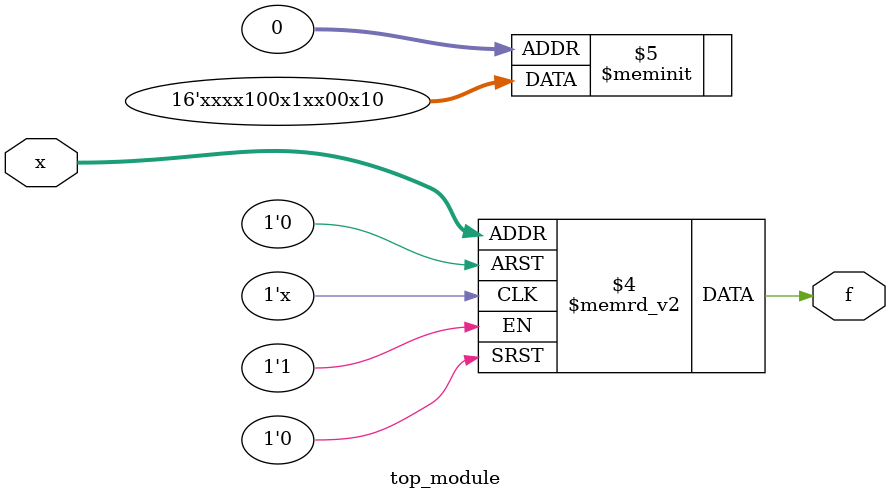
<source format=sv>
module top_module (
	input [4:1] x,
	output logic f
);

always_comb begin
	case ({x[4], x[3], x[2], x[1]})
		4'b0000, 4'b0011, 4'b1001, 4'b1010: f = 1'b0;
		4'b0001, 4'b0111, 4'b1011: f = 1'b1;
		4'b0010, 4'b0101, 4'b0110, 4'b1000, 4'b1100, 4'b1101, 4'b1110, 4'b1111: f = 1'bx;
		default: f = 1'b0;
	endcase
end

endmodule

</source>
